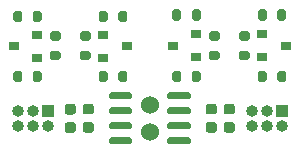
<source format=gbr>
%TF.GenerationSoftware,KiCad,Pcbnew,(5.1.10)-1*%
%TF.CreationDate,2022-01-23T11:24:48+07:00*%
%TF.ProjectId,ADuM_I2C_v3,4144754d-5f49-4324-935f-76332e6b6963,rev?*%
%TF.SameCoordinates,Original*%
%TF.FileFunction,Soldermask,Bot*%
%TF.FilePolarity,Negative*%
%FSLAX46Y46*%
G04 Gerber Fmt 4.6, Leading zero omitted, Abs format (unit mm)*
G04 Created by KiCad (PCBNEW (5.1.10)-1) date 2022-01-23 11:24:48*
%MOMM*%
%LPD*%
G01*
G04 APERTURE LIST*
%ADD10C,1.524000*%
%ADD11O,1.000000X1.000000*%
%ADD12R,1.000000X1.000000*%
%ADD13R,0.900000X0.800000*%
G04 APERTURE END LIST*
%TO.C,U1*%
G36*
G01*
X98500000Y-95024000D02*
X98500000Y-95324000D01*
G75*
G02*
X98350000Y-95474000I-150000J0D01*
G01*
X96700000Y-95474000D01*
G75*
G02*
X96550000Y-95324000I0J150000D01*
G01*
X96550000Y-95024000D01*
G75*
G02*
X96700000Y-94874000I150000J0D01*
G01*
X98350000Y-94874000D01*
G75*
G02*
X98500000Y-95024000I0J-150000D01*
G01*
G37*
G36*
G01*
X98500000Y-96294000D02*
X98500000Y-96594000D01*
G75*
G02*
X98350000Y-96744000I-150000J0D01*
G01*
X96700000Y-96744000D01*
G75*
G02*
X96550000Y-96594000I0J150000D01*
G01*
X96550000Y-96294000D01*
G75*
G02*
X96700000Y-96144000I150000J0D01*
G01*
X98350000Y-96144000D01*
G75*
G02*
X98500000Y-96294000I0J-150000D01*
G01*
G37*
G36*
G01*
X98500000Y-97564000D02*
X98500000Y-97864000D01*
G75*
G02*
X98350000Y-98014000I-150000J0D01*
G01*
X96700000Y-98014000D01*
G75*
G02*
X96550000Y-97864000I0J150000D01*
G01*
X96550000Y-97564000D01*
G75*
G02*
X96700000Y-97414000I150000J0D01*
G01*
X98350000Y-97414000D01*
G75*
G02*
X98500000Y-97564000I0J-150000D01*
G01*
G37*
G36*
G01*
X98500000Y-98834000D02*
X98500000Y-99134000D01*
G75*
G02*
X98350000Y-99284000I-150000J0D01*
G01*
X96700000Y-99284000D01*
G75*
G02*
X96550000Y-99134000I0J150000D01*
G01*
X96550000Y-98834000D01*
G75*
G02*
X96700000Y-98684000I150000J0D01*
G01*
X98350000Y-98684000D01*
G75*
G02*
X98500000Y-98834000I0J-150000D01*
G01*
G37*
G36*
G01*
X103450000Y-98834000D02*
X103450000Y-99134000D01*
G75*
G02*
X103300000Y-99284000I-150000J0D01*
G01*
X101650000Y-99284000D01*
G75*
G02*
X101500000Y-99134000I0J150000D01*
G01*
X101500000Y-98834000D01*
G75*
G02*
X101650000Y-98684000I150000J0D01*
G01*
X103300000Y-98684000D01*
G75*
G02*
X103450000Y-98834000I0J-150000D01*
G01*
G37*
G36*
G01*
X103450000Y-97564000D02*
X103450000Y-97864000D01*
G75*
G02*
X103300000Y-98014000I-150000J0D01*
G01*
X101650000Y-98014000D01*
G75*
G02*
X101500000Y-97864000I0J150000D01*
G01*
X101500000Y-97564000D01*
G75*
G02*
X101650000Y-97414000I150000J0D01*
G01*
X103300000Y-97414000D01*
G75*
G02*
X103450000Y-97564000I0J-150000D01*
G01*
G37*
G36*
G01*
X103450000Y-96294000D02*
X103450000Y-96594000D01*
G75*
G02*
X103300000Y-96744000I-150000J0D01*
G01*
X101650000Y-96744000D01*
G75*
G02*
X101500000Y-96594000I0J150000D01*
G01*
X101500000Y-96294000D01*
G75*
G02*
X101650000Y-96144000I150000J0D01*
G01*
X103300000Y-96144000D01*
G75*
G02*
X103450000Y-96294000I0J-150000D01*
G01*
G37*
G36*
G01*
X103450000Y-95024000D02*
X103450000Y-95324000D01*
G75*
G02*
X103300000Y-95474000I-150000J0D01*
G01*
X101650000Y-95474000D01*
G75*
G02*
X101500000Y-95324000I0J150000D01*
G01*
X101500000Y-95024000D01*
G75*
G02*
X101650000Y-94874000I150000J0D01*
G01*
X103300000Y-94874000D01*
G75*
G02*
X103450000Y-95024000I0J-150000D01*
G01*
G37*
%TD*%
D10*
%TO.C,H2*%
X100000000Y-98222000D03*
%TD*%
%TO.C,H1*%
X100000000Y-95936000D03*
%TD*%
D11*
%TO.C,J1*%
X108636000Y-97714000D03*
X108636000Y-96444000D03*
X109906000Y-97714000D03*
X109906000Y-96444000D03*
X111176000Y-97714000D03*
D12*
X111176000Y-96444000D03*
%TD*%
D11*
%TO.C,J2*%
X88824000Y-97714000D03*
X88824000Y-96444000D03*
X90094000Y-97714000D03*
X90094000Y-96444000D03*
X91364000Y-97714000D03*
D12*
X91364000Y-96444000D03*
%TD*%
%TO.C,R24*%
G36*
G01*
X90075000Y-88718000D02*
X90075000Y-88168000D01*
G75*
G02*
X90275000Y-87968000I200000J0D01*
G01*
X90675000Y-87968000D01*
G75*
G02*
X90875000Y-88168000I0J-200000D01*
G01*
X90875000Y-88718000D01*
G75*
G02*
X90675000Y-88918000I-200000J0D01*
G01*
X90275000Y-88918000D01*
G75*
G02*
X90075000Y-88718000I0J200000D01*
G01*
G37*
G36*
G01*
X88425000Y-88718000D02*
X88425000Y-88168000D01*
G75*
G02*
X88625000Y-87968000I200000J0D01*
G01*
X89025000Y-87968000D01*
G75*
G02*
X89225000Y-88168000I0J-200000D01*
G01*
X89225000Y-88718000D01*
G75*
G02*
X89025000Y-88918000I-200000J0D01*
G01*
X88625000Y-88918000D01*
G75*
G02*
X88425000Y-88718000I0J200000D01*
G01*
G37*
%TD*%
%TO.C,R22*%
G36*
G01*
X96463000Y-93248000D02*
X96463000Y-93798000D01*
G75*
G02*
X96263000Y-93998000I-200000J0D01*
G01*
X95863000Y-93998000D01*
G75*
G02*
X95663000Y-93798000I0J200000D01*
G01*
X95663000Y-93248000D01*
G75*
G02*
X95863000Y-93048000I200000J0D01*
G01*
X96263000Y-93048000D01*
G75*
G02*
X96463000Y-93248000I0J-200000D01*
G01*
G37*
G36*
G01*
X98113000Y-93248000D02*
X98113000Y-93798000D01*
G75*
G02*
X97913000Y-93998000I-200000J0D01*
G01*
X97513000Y-93998000D01*
G75*
G02*
X97313000Y-93798000I0J200000D01*
G01*
X97313000Y-93248000D01*
G75*
G02*
X97513000Y-93048000I200000J0D01*
G01*
X97913000Y-93048000D01*
G75*
G02*
X98113000Y-93248000I0J-200000D01*
G01*
G37*
%TD*%
%TO.C,R20*%
G36*
G01*
X90075000Y-93798000D02*
X90075000Y-93248000D01*
G75*
G02*
X90275000Y-93048000I200000J0D01*
G01*
X90675000Y-93048000D01*
G75*
G02*
X90875000Y-93248000I0J-200000D01*
G01*
X90875000Y-93798000D01*
G75*
G02*
X90675000Y-93998000I-200000J0D01*
G01*
X90275000Y-93998000D01*
G75*
G02*
X90075000Y-93798000I0J200000D01*
G01*
G37*
G36*
G01*
X88425000Y-93798000D02*
X88425000Y-93248000D01*
G75*
G02*
X88625000Y-93048000I200000J0D01*
G01*
X89025000Y-93048000D01*
G75*
G02*
X89225000Y-93248000I0J-200000D01*
G01*
X89225000Y-93798000D01*
G75*
G02*
X89025000Y-93998000I-200000J0D01*
G01*
X88625000Y-93998000D01*
G75*
G02*
X88425000Y-93798000I0J200000D01*
G01*
G37*
%TD*%
%TO.C,R18*%
G36*
G01*
X96463000Y-88168000D02*
X96463000Y-88718000D01*
G75*
G02*
X96263000Y-88918000I-200000J0D01*
G01*
X95863000Y-88918000D01*
G75*
G02*
X95663000Y-88718000I0J200000D01*
G01*
X95663000Y-88168000D01*
G75*
G02*
X95863000Y-87968000I200000J0D01*
G01*
X96263000Y-87968000D01*
G75*
G02*
X96463000Y-88168000I0J-200000D01*
G01*
G37*
G36*
G01*
X98113000Y-88168000D02*
X98113000Y-88718000D01*
G75*
G02*
X97913000Y-88918000I-200000J0D01*
G01*
X97513000Y-88918000D01*
G75*
G02*
X97313000Y-88718000I0J200000D01*
G01*
X97313000Y-88168000D01*
G75*
G02*
X97513000Y-87968000I200000J0D01*
G01*
X97913000Y-87968000D01*
G75*
G02*
X98113000Y-88168000I0J-200000D01*
G01*
G37*
%TD*%
%TO.C,R16*%
G36*
G01*
X91724000Y-91344000D02*
X92274000Y-91344000D01*
G75*
G02*
X92474000Y-91544000I0J-200000D01*
G01*
X92474000Y-91944000D01*
G75*
G02*
X92274000Y-92144000I-200000J0D01*
G01*
X91724000Y-92144000D01*
G75*
G02*
X91524000Y-91944000I0J200000D01*
G01*
X91524000Y-91544000D01*
G75*
G02*
X91724000Y-91344000I200000J0D01*
G01*
G37*
G36*
G01*
X91724000Y-89694000D02*
X92274000Y-89694000D01*
G75*
G02*
X92474000Y-89894000I0J-200000D01*
G01*
X92474000Y-90294000D01*
G75*
G02*
X92274000Y-90494000I-200000J0D01*
G01*
X91724000Y-90494000D01*
G75*
G02*
X91524000Y-90294000I0J200000D01*
G01*
X91524000Y-89894000D01*
G75*
G02*
X91724000Y-89694000I200000J0D01*
G01*
G37*
%TD*%
%TO.C,R14*%
G36*
G01*
X94814000Y-90494000D02*
X94264000Y-90494000D01*
G75*
G02*
X94064000Y-90294000I0J200000D01*
G01*
X94064000Y-89894000D01*
G75*
G02*
X94264000Y-89694000I200000J0D01*
G01*
X94814000Y-89694000D01*
G75*
G02*
X95014000Y-89894000I0J-200000D01*
G01*
X95014000Y-90294000D01*
G75*
G02*
X94814000Y-90494000I-200000J0D01*
G01*
G37*
G36*
G01*
X94814000Y-92144000D02*
X94264000Y-92144000D01*
G75*
G02*
X94064000Y-91944000I0J200000D01*
G01*
X94064000Y-91544000D01*
G75*
G02*
X94264000Y-91344000I200000J0D01*
G01*
X94814000Y-91344000D01*
G75*
G02*
X95014000Y-91544000I0J-200000D01*
G01*
X95014000Y-91944000D01*
G75*
G02*
X94814000Y-92144000I-200000J0D01*
G01*
G37*
%TD*%
%TO.C,R12*%
G36*
G01*
X108276000Y-90495000D02*
X107726000Y-90495000D01*
G75*
G02*
X107526000Y-90295000I0J200000D01*
G01*
X107526000Y-89895000D01*
G75*
G02*
X107726000Y-89695000I200000J0D01*
G01*
X108276000Y-89695000D01*
G75*
G02*
X108476000Y-89895000I0J-200000D01*
G01*
X108476000Y-90295000D01*
G75*
G02*
X108276000Y-90495000I-200000J0D01*
G01*
G37*
G36*
G01*
X108276000Y-92145000D02*
X107726000Y-92145000D01*
G75*
G02*
X107526000Y-91945000I0J200000D01*
G01*
X107526000Y-91545000D01*
G75*
G02*
X107726000Y-91345000I200000J0D01*
G01*
X108276000Y-91345000D01*
G75*
G02*
X108476000Y-91545000I0J-200000D01*
G01*
X108476000Y-91945000D01*
G75*
G02*
X108276000Y-92145000I-200000J0D01*
G01*
G37*
%TD*%
%TO.C,R9*%
G36*
G01*
X105186000Y-91344000D02*
X105736000Y-91344000D01*
G75*
G02*
X105936000Y-91544000I0J-200000D01*
G01*
X105936000Y-91944000D01*
G75*
G02*
X105736000Y-92144000I-200000J0D01*
G01*
X105186000Y-92144000D01*
G75*
G02*
X104986000Y-91944000I0J200000D01*
G01*
X104986000Y-91544000D01*
G75*
G02*
X105186000Y-91344000I200000J0D01*
G01*
G37*
G36*
G01*
X105186000Y-89694000D02*
X105736000Y-89694000D01*
G75*
G02*
X105936000Y-89894000I0J-200000D01*
G01*
X105936000Y-90294000D01*
G75*
G02*
X105736000Y-90494000I-200000J0D01*
G01*
X105186000Y-90494000D01*
G75*
G02*
X104986000Y-90294000I0J200000D01*
G01*
X104986000Y-89894000D01*
G75*
G02*
X105186000Y-89694000I200000J0D01*
G01*
G37*
%TD*%
%TO.C,R8*%
G36*
G01*
X110776000Y-88591000D02*
X110776000Y-88041000D01*
G75*
G02*
X110976000Y-87841000I200000J0D01*
G01*
X111376000Y-87841000D01*
G75*
G02*
X111576000Y-88041000I0J-200000D01*
G01*
X111576000Y-88591000D01*
G75*
G02*
X111376000Y-88791000I-200000J0D01*
G01*
X110976000Y-88791000D01*
G75*
G02*
X110776000Y-88591000I0J200000D01*
G01*
G37*
G36*
G01*
X109126000Y-88591000D02*
X109126000Y-88041000D01*
G75*
G02*
X109326000Y-87841000I200000J0D01*
G01*
X109726000Y-87841000D01*
G75*
G02*
X109926000Y-88041000I0J-200000D01*
G01*
X109926000Y-88591000D01*
G75*
G02*
X109726000Y-88791000I-200000J0D01*
G01*
X109326000Y-88791000D01*
G75*
G02*
X109126000Y-88591000I0J200000D01*
G01*
G37*
%TD*%
%TO.C,R5*%
G36*
G01*
X102687000Y-93248000D02*
X102687000Y-93798000D01*
G75*
G02*
X102487000Y-93998000I-200000J0D01*
G01*
X102087000Y-93998000D01*
G75*
G02*
X101887000Y-93798000I0J200000D01*
G01*
X101887000Y-93248000D01*
G75*
G02*
X102087000Y-93048000I200000J0D01*
G01*
X102487000Y-93048000D01*
G75*
G02*
X102687000Y-93248000I0J-200000D01*
G01*
G37*
G36*
G01*
X104337000Y-93248000D02*
X104337000Y-93798000D01*
G75*
G02*
X104137000Y-93998000I-200000J0D01*
G01*
X103737000Y-93998000D01*
G75*
G02*
X103537000Y-93798000I0J200000D01*
G01*
X103537000Y-93248000D01*
G75*
G02*
X103737000Y-93048000I200000J0D01*
G01*
X104137000Y-93048000D01*
G75*
G02*
X104337000Y-93248000I0J-200000D01*
G01*
G37*
%TD*%
%TO.C,R4*%
G36*
G01*
X109925000Y-93248000D02*
X109925000Y-93798000D01*
G75*
G02*
X109725000Y-93998000I-200000J0D01*
G01*
X109325000Y-93998000D01*
G75*
G02*
X109125000Y-93798000I0J200000D01*
G01*
X109125000Y-93248000D01*
G75*
G02*
X109325000Y-93048000I200000J0D01*
G01*
X109725000Y-93048000D01*
G75*
G02*
X109925000Y-93248000I0J-200000D01*
G01*
G37*
G36*
G01*
X111575000Y-93248000D02*
X111575000Y-93798000D01*
G75*
G02*
X111375000Y-93998000I-200000J0D01*
G01*
X110975000Y-93998000D01*
G75*
G02*
X110775000Y-93798000I0J200000D01*
G01*
X110775000Y-93248000D01*
G75*
G02*
X110975000Y-93048000I200000J0D01*
G01*
X111375000Y-93048000D01*
G75*
G02*
X111575000Y-93248000I0J-200000D01*
G01*
G37*
%TD*%
%TO.C,R1*%
G36*
G01*
X103537000Y-88591000D02*
X103537000Y-88041000D01*
G75*
G02*
X103737000Y-87841000I200000J0D01*
G01*
X104137000Y-87841000D01*
G75*
G02*
X104337000Y-88041000I0J-200000D01*
G01*
X104337000Y-88591000D01*
G75*
G02*
X104137000Y-88791000I-200000J0D01*
G01*
X103737000Y-88791000D01*
G75*
G02*
X103537000Y-88591000I0J200000D01*
G01*
G37*
G36*
G01*
X101887000Y-88591000D02*
X101887000Y-88041000D01*
G75*
G02*
X102087000Y-87841000I200000J0D01*
G01*
X102487000Y-87841000D01*
G75*
G02*
X102687000Y-88041000I0J-200000D01*
G01*
X102687000Y-88591000D01*
G75*
G02*
X102487000Y-88791000I-200000J0D01*
G01*
X102087000Y-88791000D01*
G75*
G02*
X101887000Y-88591000I0J200000D01*
G01*
G37*
%TD*%
D13*
%TO.C,Q8*%
X88475000Y-90983000D03*
X90475000Y-91933000D03*
X90475000Y-90033000D03*
%TD*%
%TO.C,Q6*%
X98063000Y-90983000D03*
X96063000Y-90033000D03*
X96063000Y-91933000D03*
%TD*%
%TO.C,Q4*%
X111525000Y-90922000D03*
X109525000Y-89972000D03*
X109525000Y-91872000D03*
%TD*%
%TO.C,Q1*%
X101937000Y-90922000D03*
X103937000Y-91872000D03*
X103937000Y-89972000D03*
%TD*%
%TO.C,C6*%
G36*
G01*
X93519000Y-96754000D02*
X93019000Y-96754000D01*
G75*
G02*
X92794000Y-96529000I0J225000D01*
G01*
X92794000Y-96079000D01*
G75*
G02*
X93019000Y-95854000I225000J0D01*
G01*
X93519000Y-95854000D01*
G75*
G02*
X93744000Y-96079000I0J-225000D01*
G01*
X93744000Y-96529000D01*
G75*
G02*
X93519000Y-96754000I-225000J0D01*
G01*
G37*
G36*
G01*
X93519000Y-98304000D02*
X93019000Y-98304000D01*
G75*
G02*
X92794000Y-98079000I0J225000D01*
G01*
X92794000Y-97629000D01*
G75*
G02*
X93019000Y-97404000I225000J0D01*
G01*
X93519000Y-97404000D01*
G75*
G02*
X93744000Y-97629000I0J-225000D01*
G01*
X93744000Y-98079000D01*
G75*
G02*
X93519000Y-98304000I-225000J0D01*
G01*
G37*
%TD*%
%TO.C,C4*%
G36*
G01*
X95043000Y-96741000D02*
X94543000Y-96741000D01*
G75*
G02*
X94318000Y-96516000I0J225000D01*
G01*
X94318000Y-96066000D01*
G75*
G02*
X94543000Y-95841000I225000J0D01*
G01*
X95043000Y-95841000D01*
G75*
G02*
X95268000Y-96066000I0J-225000D01*
G01*
X95268000Y-96516000D01*
G75*
G02*
X95043000Y-96741000I-225000J0D01*
G01*
G37*
G36*
G01*
X95043000Y-98291000D02*
X94543000Y-98291000D01*
G75*
G02*
X94318000Y-98066000I0J225000D01*
G01*
X94318000Y-97616000D01*
G75*
G02*
X94543000Y-97391000I225000J0D01*
G01*
X95043000Y-97391000D01*
G75*
G02*
X95268000Y-97616000I0J-225000D01*
G01*
X95268000Y-98066000D01*
G75*
G02*
X95043000Y-98291000I-225000J0D01*
G01*
G37*
%TD*%
%TO.C,C2*%
G36*
G01*
X105457000Y-96741000D02*
X104957000Y-96741000D01*
G75*
G02*
X104732000Y-96516000I0J225000D01*
G01*
X104732000Y-96066000D01*
G75*
G02*
X104957000Y-95841000I225000J0D01*
G01*
X105457000Y-95841000D01*
G75*
G02*
X105682000Y-96066000I0J-225000D01*
G01*
X105682000Y-96516000D01*
G75*
G02*
X105457000Y-96741000I-225000J0D01*
G01*
G37*
G36*
G01*
X105457000Y-98291000D02*
X104957000Y-98291000D01*
G75*
G02*
X104732000Y-98066000I0J225000D01*
G01*
X104732000Y-97616000D01*
G75*
G02*
X104957000Y-97391000I225000J0D01*
G01*
X105457000Y-97391000D01*
G75*
G02*
X105682000Y-97616000I0J-225000D01*
G01*
X105682000Y-98066000D01*
G75*
G02*
X105457000Y-98291000I-225000J0D01*
G01*
G37*
%TD*%
%TO.C,C1*%
G36*
G01*
X106981000Y-96741000D02*
X106481000Y-96741000D01*
G75*
G02*
X106256000Y-96516000I0J225000D01*
G01*
X106256000Y-96066000D01*
G75*
G02*
X106481000Y-95841000I225000J0D01*
G01*
X106981000Y-95841000D01*
G75*
G02*
X107206000Y-96066000I0J-225000D01*
G01*
X107206000Y-96516000D01*
G75*
G02*
X106981000Y-96741000I-225000J0D01*
G01*
G37*
G36*
G01*
X106981000Y-98291000D02*
X106481000Y-98291000D01*
G75*
G02*
X106256000Y-98066000I0J225000D01*
G01*
X106256000Y-97616000D01*
G75*
G02*
X106481000Y-97391000I225000J0D01*
G01*
X106981000Y-97391000D01*
G75*
G02*
X107206000Y-97616000I0J-225000D01*
G01*
X107206000Y-98066000D01*
G75*
G02*
X106981000Y-98291000I-225000J0D01*
G01*
G37*
%TD*%
M02*

</source>
